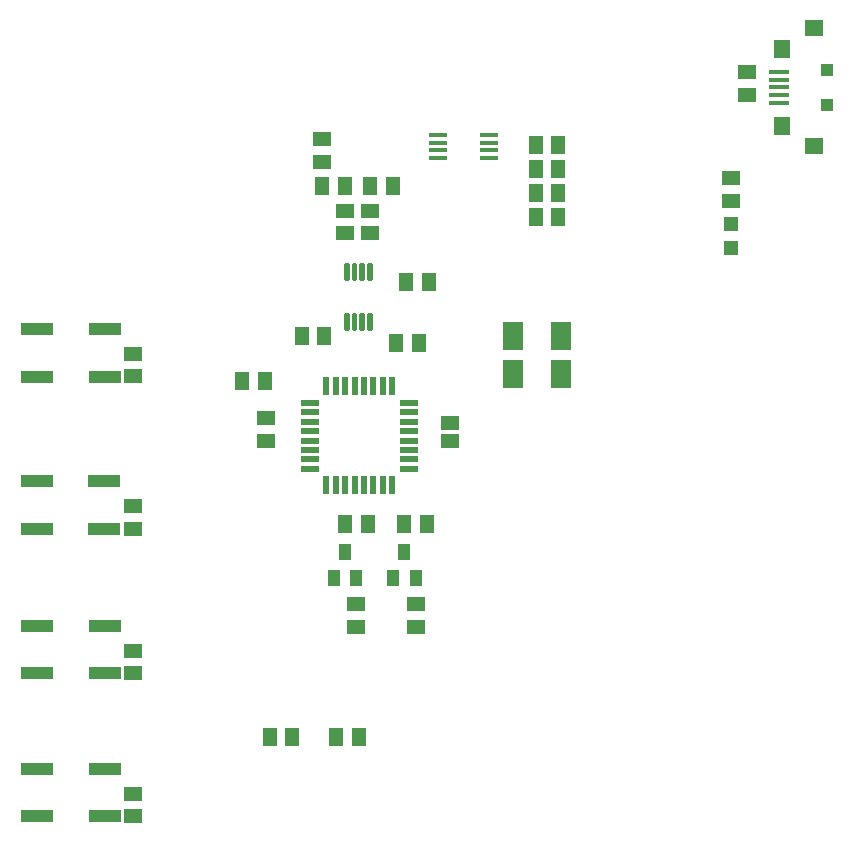
<source format=gtp>
G04 EAGLE Gerber RS-274X export*
G75*
%MOMM*%
%FSLAX34Y34*%
%LPD*%
%INSolderpaste Top*%
%IPPOS*%
%AMOC8*
5,1,8,0,0,1.08239X$1,22.5*%
G01*
%ADD10R,1.500000X1.300000*%
%ADD11R,1.300000X1.500000*%
%ADD12R,1.800000X2.400000*%
%ADD13R,1.800000X0.400000*%
%ADD14R,1.400000X1.500000*%
%ADD15R,1.500000X1.350000*%
%ADD16R,1.000000X1.100000*%
%ADD17R,1.200000X1.200000*%
%ADD18R,1.000000X1.400000*%
%ADD19R,2.750000X1.000000*%
%ADD20R,1.600200X1.168400*%
%ADD21C,0.226694*%
%ADD22C,0.222250*%
%ADD23R,0.550000X1.600000*%
%ADD24R,1.600000X0.550000*%
%ADD25R,1.498600X0.431800*%


D10*
X109100Y400800D03*
X109100Y419800D03*
X109200Y529700D03*
X109200Y548700D03*
D11*
X202000Y526200D03*
X221000Y526200D03*
X450300Y725900D03*
X469300Y725900D03*
X351300Y558000D03*
X332300Y558000D03*
D10*
X109300Y278500D03*
X109300Y297500D03*
X109200Y157400D03*
X109200Y176400D03*
X629100Y768400D03*
X629100Y787400D03*
D12*
X471750Y532000D03*
X431250Y532000D03*
X431150Y564100D03*
X471650Y564100D03*
D13*
X656500Y787600D03*
X656500Y781100D03*
X656500Y774600D03*
X656500Y768100D03*
X656500Y761600D03*
D14*
X658500Y742100D03*
X658500Y807100D03*
D15*
X685500Y824600D03*
X685500Y724600D03*
D16*
X697000Y759600D03*
X697000Y789600D03*
D17*
X615900Y638100D03*
X615900Y659100D03*
D18*
X288900Y381000D03*
X298400Y359000D03*
X279400Y359000D03*
X339000Y381400D03*
X348500Y359400D03*
X329500Y359400D03*
D11*
X450400Y685200D03*
X469400Y685200D03*
X271300Y564200D03*
X252300Y564200D03*
X359500Y609900D03*
X340500Y609900D03*
D10*
X269300Y711700D03*
X269300Y730700D03*
X289100Y651200D03*
X289100Y670200D03*
D11*
X288700Y691000D03*
X269700Y691000D03*
X469400Y705600D03*
X450400Y705600D03*
X310100Y691000D03*
X329100Y691000D03*
D10*
X309700Y651200D03*
X309700Y670200D03*
D11*
X289000Y404700D03*
X308000Y404700D03*
X339100Y404700D03*
X358100Y404700D03*
D10*
X298400Y336800D03*
X298400Y317800D03*
X348600Y336800D03*
X348600Y317800D03*
X615600Y678400D03*
X615600Y697400D03*
D11*
X224900Y224400D03*
X243900Y224400D03*
X281400Y224400D03*
X300400Y224400D03*
X450400Y664800D03*
X469400Y664800D03*
D10*
X221900Y475400D03*
X221900Y494400D03*
D19*
X85150Y400900D03*
X27650Y400900D03*
X85150Y440900D03*
X27650Y440900D03*
X85250Y529600D03*
X27750Y529600D03*
X85250Y569600D03*
X27750Y569600D03*
X85350Y278500D03*
X27850Y278500D03*
X85350Y318500D03*
X27850Y318500D03*
X85250Y157400D03*
X27750Y157400D03*
X85250Y197400D03*
X27750Y197400D03*
D20*
X377600Y475480D03*
X377600Y490720D03*
D21*
X290939Y569783D02*
X290939Y582517D01*
X290939Y569783D02*
X288761Y569783D01*
X288761Y582517D01*
X290939Y582517D01*
X290939Y571937D02*
X288761Y571937D01*
X288761Y574091D02*
X290939Y574091D01*
X290939Y576245D02*
X288761Y576245D01*
X288761Y578399D02*
X290939Y578399D01*
X290939Y580553D02*
X288761Y580553D01*
D22*
X297461Y582539D02*
X297461Y569761D01*
X295239Y569761D01*
X295239Y582539D01*
X297461Y582539D01*
X297461Y571873D02*
X295239Y571873D01*
X295239Y573985D02*
X297461Y573985D01*
X297461Y576097D02*
X295239Y576097D01*
X295239Y578209D02*
X297461Y578209D01*
X297461Y580321D02*
X295239Y580321D01*
X295239Y582433D02*
X297461Y582433D01*
X303961Y582539D02*
X303961Y569761D01*
X301739Y569761D01*
X301739Y582539D01*
X303961Y582539D01*
X303961Y571873D02*
X301739Y571873D01*
X301739Y573985D02*
X303961Y573985D01*
X303961Y576097D02*
X301739Y576097D01*
X301739Y578209D02*
X303961Y578209D01*
X303961Y580321D02*
X301739Y580321D01*
X301739Y582433D02*
X303961Y582433D01*
X310461Y582539D02*
X310461Y569761D01*
X308239Y569761D01*
X308239Y582539D01*
X310461Y582539D01*
X310461Y571873D02*
X308239Y571873D01*
X308239Y573985D02*
X310461Y573985D01*
X310461Y576097D02*
X308239Y576097D01*
X308239Y578209D02*
X310461Y578209D01*
X310461Y580321D02*
X308239Y580321D01*
X308239Y582433D02*
X310461Y582433D01*
X308239Y611861D02*
X308239Y624639D01*
X310461Y624639D01*
X310461Y611861D01*
X308239Y611861D01*
X308239Y613973D02*
X310461Y613973D01*
X310461Y616085D02*
X308239Y616085D01*
X308239Y618197D02*
X310461Y618197D01*
X310461Y620309D02*
X308239Y620309D01*
X308239Y622421D02*
X310461Y622421D01*
X310461Y624533D02*
X308239Y624533D01*
X301739Y624639D02*
X301739Y611861D01*
X301739Y624639D02*
X303961Y624639D01*
X303961Y611861D01*
X301739Y611861D01*
X301739Y613973D02*
X303961Y613973D01*
X303961Y616085D02*
X301739Y616085D01*
X301739Y618197D02*
X303961Y618197D01*
X303961Y620309D02*
X301739Y620309D01*
X301739Y622421D02*
X303961Y622421D01*
X303961Y624533D02*
X301739Y624533D01*
X295239Y624639D02*
X295239Y611861D01*
X295239Y624639D02*
X297461Y624639D01*
X297461Y611861D01*
X295239Y611861D01*
X295239Y613973D02*
X297461Y613973D01*
X297461Y616085D02*
X295239Y616085D01*
X295239Y618197D02*
X297461Y618197D01*
X297461Y620309D02*
X295239Y620309D01*
X295239Y622421D02*
X297461Y622421D01*
X297461Y624533D02*
X295239Y624533D01*
X288739Y624639D02*
X288739Y611861D01*
X288739Y624639D02*
X290961Y624639D01*
X290961Y611861D01*
X288739Y611861D01*
X288739Y613973D02*
X290961Y613973D01*
X290961Y616085D02*
X288739Y616085D01*
X288739Y618197D02*
X290961Y618197D01*
X290961Y620309D02*
X288739Y620309D01*
X288739Y622421D02*
X290961Y622421D01*
X290961Y624533D02*
X288739Y624533D01*
D23*
X272900Y437700D03*
X280900Y437700D03*
X288900Y437700D03*
X296900Y437700D03*
X304900Y437700D03*
X312900Y437700D03*
X320900Y437700D03*
X328900Y437700D03*
D24*
X342700Y451500D03*
X342700Y459500D03*
X342700Y467500D03*
X342700Y475500D03*
X342700Y483500D03*
X342700Y491500D03*
X342700Y499500D03*
X342700Y507500D03*
D23*
X328900Y521300D03*
X320900Y521300D03*
X312900Y521300D03*
X304900Y521300D03*
X296900Y521300D03*
X288900Y521300D03*
X280900Y521300D03*
X272900Y521300D03*
D24*
X259100Y507500D03*
X259100Y499500D03*
X259100Y491500D03*
X259100Y483500D03*
X259100Y475500D03*
X259100Y467500D03*
X259100Y459500D03*
X259100Y451500D03*
D25*
X367156Y734152D03*
X367156Y727802D03*
X367156Y721198D03*
X367156Y714848D03*
X410844Y714848D03*
X410844Y721198D03*
X410844Y727802D03*
X410844Y734152D03*
M02*

</source>
